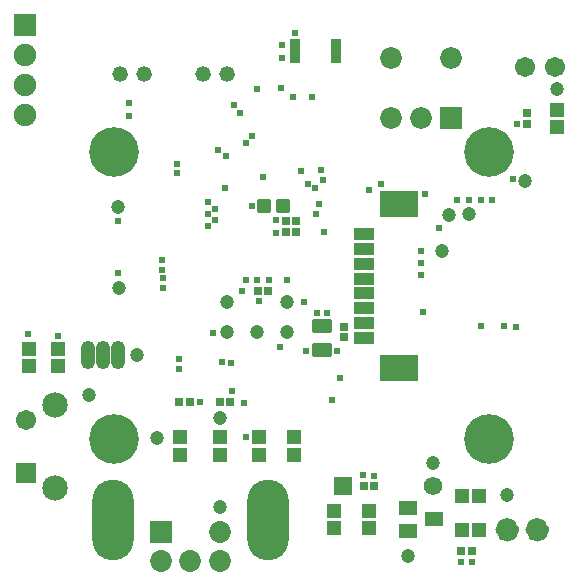
<source format=gbs>
G04*
G04 #@! TF.GenerationSoftware,Altium Limited,Altium Designer,20.2.8 (258)*
G04*
G04 Layer_Color=16711935*
%FSLAX44Y44*%
%MOMM*%
G71*
G04*
G04 #@! TF.SameCoordinates,AB2164AD-3A94-489E-A7C9-C1E693429951*
G04*
G04*
G04 #@! TF.FilePolarity,Negative*
G04*
G01*
G75*
%ADD49C,1.0000*%
%ADD50R,0.7432X0.8032*%
G04:AMPARAMS|DCode=68|XSize=1.1532mm|YSize=1.6533mm|CornerRadius=0.1159mm|HoleSize=0mm|Usage=FLASHONLY|Rotation=90.000|XOffset=0mm|YOffset=0mm|HoleType=Round|Shape=RoundedRectangle|*
%AMROUNDEDRECTD68*
21,1,1.1532,1.4216,0,0,90.0*
21,1,0.9215,1.6533,0,0,90.0*
1,1,0.2317,0.7108,0.4607*
1,1,0.2317,0.7108,-0.4607*
1,1,0.2317,-0.7108,-0.4607*
1,1,0.2317,-0.7108,0.4607*
%
%ADD68ROUNDEDRECTD68*%
%ADD70R,0.8032X0.7432*%
%ADD72R,1.2232X1.2432*%
%ADD73R,1.2432X1.2232*%
%ADD74C,1.9032*%
%ADD75R,1.9032X1.9032*%
%ADD76C,1.7032*%
%ADD77C,2.1532*%
%ADD78R,1.7112X1.7112*%
%ADD79C,1.7112*%
%ADD80O,3.5192X6.8352*%
%ADD81C,1.8532*%
%ADD82R,1.8532X1.8532*%
%ADD83C,1.5748*%
%ADD84R,1.5748X1.5748*%
%ADD85R,1.8382X1.8382*%
%ADD86C,1.8382*%
%ADD87C,1.3208*%
%ADD88O,1.2032X2.4032*%
%ADD89C,4.2032*%
%ADD90C,0.6032*%
%ADD118R,1.8032X1.0032*%
%ADD119R,3.2032X2.3032*%
G04:AMPARAMS|DCode=120|XSize=1.2032mm|YSize=1.2032mm|CornerRadius=0.6016mm|HoleSize=0mm|Usage=FLASHONLY|Rotation=90.000|XOffset=0mm|YOffset=0mm|HoleType=Round|Shape=RoundedRectangle|*
%AMROUNDEDRECTD120*
21,1,1.2032,0.0000,0,0,90.0*
21,1,0.0000,1.2032,0,0,90.0*
1,1,1.2032,0.0000,0.0000*
1,1,1.2032,0.0000,0.0000*
1,1,1.2032,0.0000,0.0000*
1,1,1.2032,0.0000,0.0000*
%
%ADD120ROUNDEDRECTD120*%
G04:AMPARAMS|DCode=121|XSize=1.2032mm|YSize=1.2032mm|CornerRadius=0.6016mm|HoleSize=0mm|Usage=FLASHONLY|Rotation=180.000|XOffset=0mm|YOffset=0mm|HoleType=Round|Shape=RoundedRectangle|*
%AMROUNDEDRECTD121*
21,1,1.2032,0.0000,0,0,180.0*
21,1,0.0000,1.2032,0,0,180.0*
1,1,1.2032,0.0000,0.0000*
1,1,1.2032,0.0000,0.0000*
1,1,1.2032,0.0000,0.0000*
1,1,1.2032,0.0000,0.0000*
%
%ADD121ROUNDEDRECTD121*%
%ADD122R,1.6032X1.2032*%
%ADD123R,0.8132X2.0062*%
G04:AMPARAMS|DCode=124|XSize=1.1532mm|YSize=1.2032mm|CornerRadius=0.1159mm|HoleSize=0mm|Usage=FLASHONLY|Rotation=0.000|XOffset=0mm|YOffset=0mm|HoleType=Round|Shape=RoundedRectangle|*
%AMROUNDEDRECTD124*
21,1,1.1532,0.9715,0,0,0.0*
21,1,0.9215,1.2032,0,0,0.0*
1,1,0.2317,0.4607,-0.4858*
1,1,0.2317,-0.4607,-0.4858*
1,1,0.2317,-0.4607,0.4858*
1,1,0.2317,0.4607,0.4858*
%
%ADD124ROUNDEDRECTD124*%
D49*
X773700Y234000D02*
G03*
X773700Y234000I-5000J0D01*
G01*
X748300D02*
G03*
X748300Y234000I-5000J0D01*
G01*
D50*
X541070Y436500D02*
D03*
X532430D02*
D03*
X555680Y495750D02*
D03*
X564320D02*
D03*
Y485750D02*
D03*
X555680D02*
D03*
X499680Y342000D02*
D03*
X508320D02*
D03*
X465680D02*
D03*
X474320D02*
D03*
X713070Y215750D02*
D03*
X704430D02*
D03*
X630320Y271250D02*
D03*
X621680D02*
D03*
D68*
X586250Y406250D02*
D03*
Y386250D02*
D03*
D70*
X605250Y396930D02*
D03*
Y405570D02*
D03*
X760000Y586570D02*
D03*
Y577930D02*
D03*
D72*
X597000Y250100D02*
D03*
Y235400D02*
D03*
X466000Y297650D02*
D03*
Y312350D02*
D03*
X563000Y297650D02*
D03*
Y312350D02*
D03*
X533000Y297650D02*
D03*
Y312350D02*
D03*
X500000Y297650D02*
D03*
Y312350D02*
D03*
X363000Y372650D02*
D03*
Y387350D02*
D03*
X338000Y372650D02*
D03*
Y387350D02*
D03*
X785000Y574650D02*
D03*
Y589350D02*
D03*
X626000Y235400D02*
D03*
Y250100D02*
D03*
D73*
X704650Y263000D02*
D03*
X719350D02*
D03*
Y234000D02*
D03*
X704650D02*
D03*
D74*
X335000Y610300D02*
D03*
Y635700D02*
D03*
Y584900D02*
D03*
D75*
Y661100D02*
D03*
D76*
X783700Y626000D02*
D03*
X758300D02*
D03*
D77*
X360670Y269500D02*
D03*
Y339500D02*
D03*
D78*
X335670Y282000D02*
D03*
D79*
Y327000D02*
D03*
D80*
X540500Y242500D02*
D03*
X409500D02*
D03*
D81*
X500000Y232500D02*
D03*
X475000Y207500D02*
D03*
X500000D02*
D03*
X450000D02*
D03*
D82*
Y232500D02*
D03*
D83*
X680500Y271500D02*
D03*
D84*
X604500D02*
D03*
D85*
X695650Y582700D02*
D03*
D86*
X670250D02*
D03*
X644850D02*
D03*
X695650Y633500D02*
D03*
X644850D02*
D03*
D87*
X485726Y619500D02*
D03*
X505726D02*
D03*
X415726D02*
D03*
X435726D02*
D03*
D88*
X413950Y381700D02*
D03*
X401250D02*
D03*
X388550D02*
D03*
D89*
X410000Y311000D02*
D03*
Y554000D02*
D03*
X728000D02*
D03*
Y311000D02*
D03*
D90*
X414000Y451750D02*
D03*
X587000Y530500D02*
D03*
X580750Y523500D02*
D03*
X504000Y523000D02*
D03*
X489750Y511250D02*
D03*
X496250Y496000D02*
D03*
X489500Y491000D02*
D03*
X496000Y506000D02*
D03*
X626250Y521500D02*
D03*
X636250Y526750D02*
D03*
X536750Y532750D02*
D03*
X750750Y406000D02*
D03*
X740750Y406250D02*
D03*
X720750Y406500D02*
D03*
X552750Y633250D02*
D03*
Y644500D02*
D03*
X563500Y654750D02*
D03*
X704500Y207000D02*
D03*
X337750Y399500D02*
D03*
X414000Y495250D02*
D03*
X501750Y376000D02*
D03*
X571000Y426750D02*
D03*
X670250Y449750D02*
D03*
Y459750D02*
D03*
X670000Y469750D02*
D03*
X700750Y513250D02*
D03*
X710750D02*
D03*
X720750D02*
D03*
X730750D02*
D03*
X747750Y531000D02*
D03*
X527000Y508000D02*
D03*
X547500Y496000D02*
D03*
X713250Y207000D02*
D03*
X482750Y342250D02*
D03*
X584000Y509500D02*
D03*
X581000Y501000D02*
D03*
X574250Y527000D02*
D03*
X568250Y537750D02*
D03*
X562000Y600250D02*
D03*
X577750Y600750D02*
D03*
X489500Y501000D02*
D03*
X463500Y544000D02*
D03*
Y536000D02*
D03*
X505250Y550750D02*
D03*
X498250Y555500D02*
D03*
X531750Y607000D02*
D03*
X511750Y593250D02*
D03*
X451522Y446772D02*
D03*
Y438522D02*
D03*
X451272Y454272D02*
D03*
X672000Y418500D02*
D03*
X451250Y462750D02*
D03*
X494500Y400750D02*
D03*
X594500Y343750D02*
D03*
X601500Y362750D02*
D03*
X520750Y341750D02*
D03*
X517000Y586750D02*
D03*
X521750Y561500D02*
D03*
X526750Y567750D02*
D03*
X551500Y607750D02*
D03*
X518750Y436000D02*
D03*
X541750Y445500D02*
D03*
X465750Y378500D02*
D03*
X509250Y375000D02*
D03*
X423000Y584500D02*
D03*
X422750Y595750D02*
D03*
X673500Y518500D02*
D03*
X586000Y538750D02*
D03*
X551250Y388500D02*
D03*
X556750Y445500D02*
D03*
X547750Y485500D02*
D03*
X532750Y428000D02*
D03*
X521750Y445500D02*
D03*
X685750Y489250D02*
D03*
X573250Y385000D02*
D03*
X582250Y417750D02*
D03*
X590500Y417500D02*
D03*
X599500Y385250D02*
D03*
X522250Y312250D02*
D03*
X588000Y486000D02*
D03*
X510000Y351750D02*
D03*
X465500Y370000D02*
D03*
X751500Y577750D02*
D03*
X363000Y397750D02*
D03*
X621500Y280000D02*
D03*
X630250Y279750D02*
D03*
X531750Y445500D02*
D03*
D118*
X622250Y396750D02*
D03*
Y409250D02*
D03*
Y421750D02*
D03*
Y434250D02*
D03*
Y484250D02*
D03*
Y471750D02*
D03*
Y446750D02*
D03*
Y459250D02*
D03*
D119*
X651250Y371250D02*
D03*
Y509750D02*
D03*
D120*
X413750Y507000D02*
D03*
X694250Y500750D02*
D03*
X680500Y290250D02*
D03*
X414250Y438750D02*
D03*
X758500Y529500D02*
D03*
X500000Y253000D02*
D03*
Y329000D02*
D03*
X447000Y312000D02*
D03*
X742750Y263750D02*
D03*
X710500Y501500D02*
D03*
X430000Y381750D02*
D03*
X688250Y470000D02*
D03*
X389000Y348000D02*
D03*
X785000Y607000D02*
D03*
X659500Y211500D02*
D03*
D121*
X556900Y426450D02*
D03*
X506100D02*
D03*
Y401050D02*
D03*
X531500D02*
D03*
X556900D02*
D03*
D122*
X681000Y242750D02*
D03*
X659000Y252250D02*
D03*
Y233250D02*
D03*
D123*
X563500Y639000D02*
D03*
X598510D02*
D03*
D124*
X553001Y507750D02*
D03*
X536999D02*
D03*
M02*

</source>
